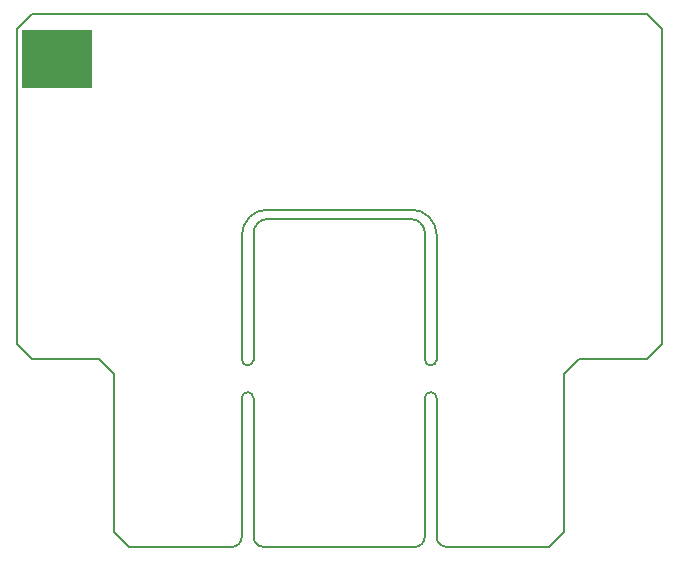
<source format=gbp>
G04 Layer_Color=128*
%FSLAX43Y43*%
%MOMM*%
G71*
G01*
G75*
%ADD11C,0.127*%
%ADD12R,6.000X5.000*%
D11*
X33689Y-45085D02*
G03*
X34535Y-44239I0J846D01*
G01*
X20035D02*
G03*
X20881Y-45085I846J0D01*
G01*
X20035Y-32485D02*
G03*
X19035Y-32485I-500J0D01*
G01*
X18189Y-45085D02*
G03*
X19035Y-44239I-0J846D01*
G01*
X35535Y-32485D02*
G03*
X34535Y-32485I-500J0D01*
G01*
Y-29220D02*
G03*
X35535Y-29220I500J0D01*
G01*
Y-18669D02*
G03*
X33386Y-16520I-2149J0D01*
G01*
X34535Y-18510D02*
G03*
X33345Y-17320I-1190J0D01*
G01*
X21225D02*
G03*
X20035Y-18510I0J-1190D01*
G01*
X21229Y-16520D02*
G03*
X19035Y-18714I0J-2194D01*
G01*
Y-29220D02*
G03*
X20035Y-29220I500J0D01*
G01*
X35535Y-44239D02*
G03*
X36381Y-45085I846J0D01*
G01*
X54610Y-27940D02*
Y-1270D01*
X53340Y0D02*
X54610Y-1270D01*
X1270Y0D02*
X53340D01*
X46355Y-43815D02*
Y-30480D01*
X36381Y-45085D02*
X45085D01*
X46355Y-43815D01*
X8255D02*
Y-30480D01*
Y-43815D02*
X9525Y-45085D01*
X18189D01*
X0Y-27940D02*
Y-1270D01*
X1270Y0D01*
X20881Y-45085D02*
X33689D01*
X20035Y-44239D02*
Y-32520D01*
X19035Y-44239D02*
X19035Y-32520D01*
X35535D02*
X35535Y-44239D01*
X34535Y-44239D02*
Y-32520D01*
X46355Y-30480D02*
X47625Y-29210D01*
X53340D02*
X54610Y-27940D01*
X47625Y-29210D02*
X53340D01*
X0Y-27940D02*
X1270Y-29210D01*
X6985D01*
X8255Y-30480D01*
X35535Y-29220D02*
Y-18669D01*
X34535Y-29220D02*
Y-18510D01*
X21229Y-16520D02*
X33386D01*
X21225Y-17320D02*
X33345D01*
X20035Y-29220D02*
Y-18510D01*
X19035Y-29220D02*
Y-18714D01*
D12*
X3429Y-3810D02*
D03*
M02*

</source>
